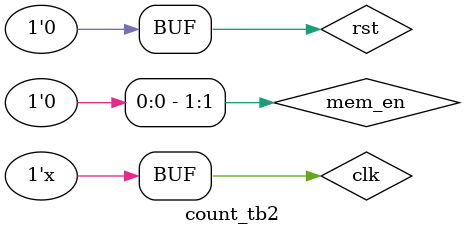
<source format=v>
`timescale 1ns / 1ps


module instr_load_counter(bram_addr,progmem_addr,clk,rst,done,mem_en);

    output reg [9:0] bram_addr;
    output reg [8:0] progmem_addr;
    input clk,rst;
    output reg done;
    output [1:0] mem_en;
    
   // parameter idle1 = 2'b00;
   // parameter idle2 = 2'b01;
   // parameter idle3 = 2'b10;
   // parameter idle4 = 2'b11;
    
  //  assign done = (count_addr==9'd255)?1:0;
    assign mem_en[0] = ~done;
    assign mem_en[1] = ~done;
    
    always@(negedge clk)
    begin
        if(rst)
        begin
           bram_addr <= 10'd1022;
           progmem_addr <= 9'd509;
        end
        else if(done)
        begin
            bram_addr <= bram_addr;
            progmem_addr <= progmem_addr;
        end
        else
        begin
            bram_addr <= bram_addr + 1;
            progmem_addr <= progmem_addr + 1;
        end
    end
    
    always@(*)
    begin
        if(progmem_addr == 9'd255)
            done<= 1;
        else
            done <= 0;
    end
        
endmodule

module count_tb2;
    wire [8:0] count_addr;
    reg clk,rst;
    wire done;
    wire [1:0] mem_en;
    instr_load_counter uut(count_addr,clk,rst,done,mem_en);
    
    initial begin
    clk = 0;
    rst = 1;
    #40 rst = 0;
    #5200 rst = 1;
    #40 rst = 0;
    end
    
    always #10 clk = ~clk;
    
    
endmodule
</source>
